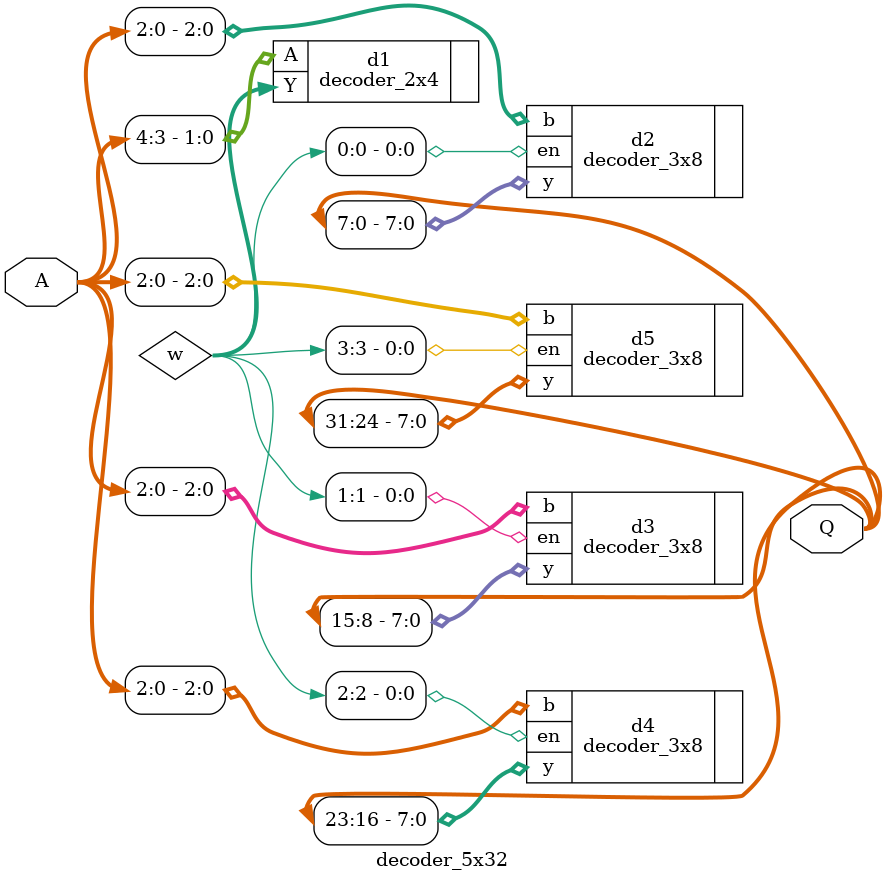
<source format=v>
module decoder_5x32 (A,Q);

input [4:0] A;
output [31:0] Q;
wire [3:0] w;

 
     decoder_2x4 d1 (.A(A[4:3]),.Y(w[3:0]));
     decoder_3x8 d2 (.b(A[2:0]),.en(w[0]),.y(Q[7:0]));
     decoder_3x8 d3 (.b(A[2:0]),.en(w[1]),.y(Q[15:8]));
     decoder_3x8 d4 (.b(A[2:0]),.en(w[2]),.y(Q[23:16]));
     decoder_3x8 d5 (.b(A[2:0]),.en(w[3]),.y(Q[31:24]));
    

endmodule 

</source>
